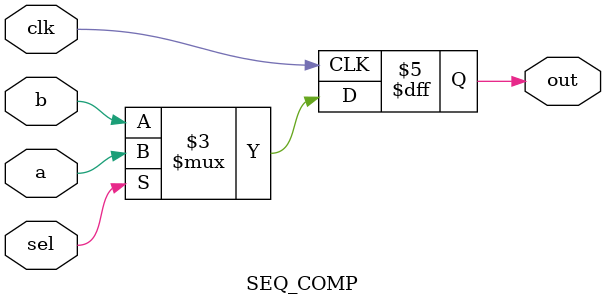
<source format=v>
module SEQ_COMP (a,b,sel,clk,out);
input a,b;
input sel,clk;
output out;
reg out;
always @(posedge clk ) begin 
	if(sel) begin
		 out<=a;
	end else begin
		 out<=b ;
	end
end
endmodule : SEQ_COMP
</source>
